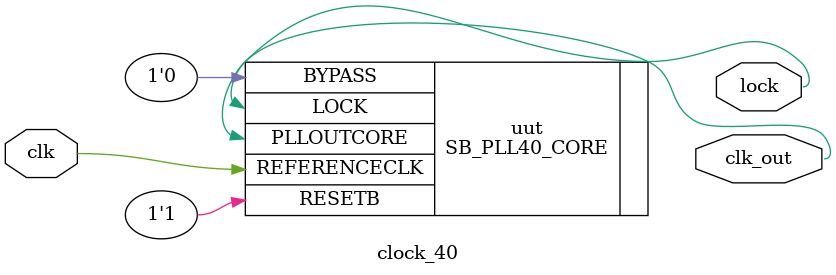
<source format=v>
module clock_40 (
  input wire clk,
  output wire clk_out,
  output wire lock
);
  SB_PLL40_CORE #(.FEEDBACK_PATH("SIMPLE"),
    .PLLOUT_SELECT("GENCLK"),
    .DIVR(4'b0000),
    .DIVF(7'b0110100),
    .DIVQ(3'b100),
    .FILTER_RANGE(3'b001)
  ) uut (
    .REFERENCECLK(clk),
    .PLLOUTCORE(clk_out),
    .LOCK(lock),
    .RESETB(1'b1),
    .BYPASS(1'b0)
  );

endmodule

</source>
